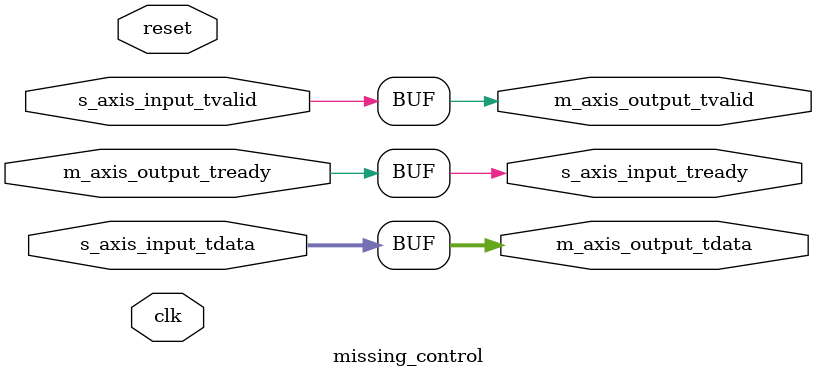
<source format=sv>

module missing_control #(
    parameter integer DATA_WIDTH = 32,
    parameter integer INPUT_BDIM = 16,
    parameter integer INPUT_SDIM = 256,
    parameter integer OUTPUT_BDIM = 16
) (
    // Missing: input wire ap_clk,
    // Missing: input wire ap_rst_n,
    
    // Only has regular clock/reset (not recognized as global control)
    input wire clk,
    input wire reset,
    
    // Data interfaces are present
    input wire [DATA_WIDTH-1:0] s_axis_input_tdata,
    input wire s_axis_input_tvalid,
    output wire s_axis_input_tready,
    
    output wire [DATA_WIDTH-1:0] m_axis_output_tdata,
    output wire m_axis_output_tvalid,
    input wire m_axis_output_tready
);

    // Simple passthrough
    assign m_axis_output_tdata = s_axis_input_tdata;
    assign m_axis_output_tvalid = s_axis_input_tvalid;
    assign s_axis_input_tready = m_axis_output_tready;

endmodule
</source>
